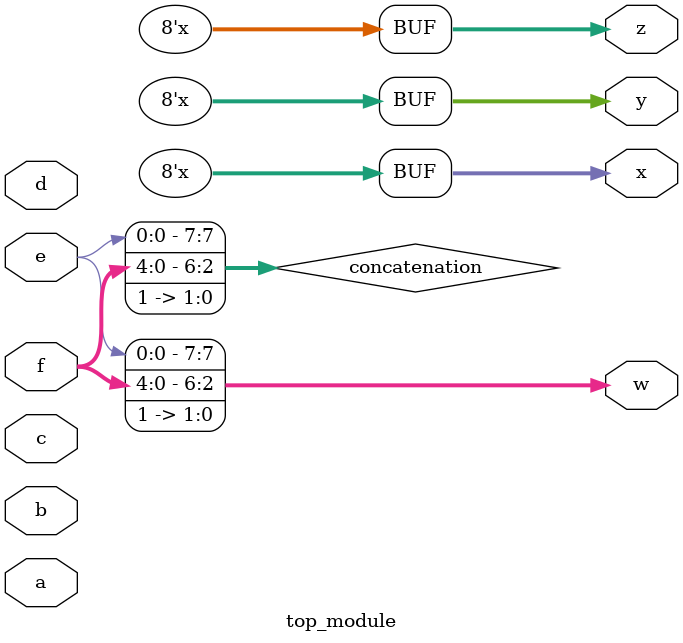
<source format=sv>
module top_module (
	input [4:0] a,
	input [4:0] b,
	input [4:0] c,
	input [4:0] d,
	input [4:0] e,
	input [4:0] f,
	output [7:0] w,
	output [7:0] x,
	output [7:0] y,
	output [7:0] z
);
	
wire [7:0] concatenation;

assign concatenation = {{a,b,c,d,e,f}, 2'b11};

assign w = concatenation[7:0];
assign x = concatenation[15:8];
assign y = concatenation[23:16];
assign z = concatenation[31:24];

endmodule

</source>
